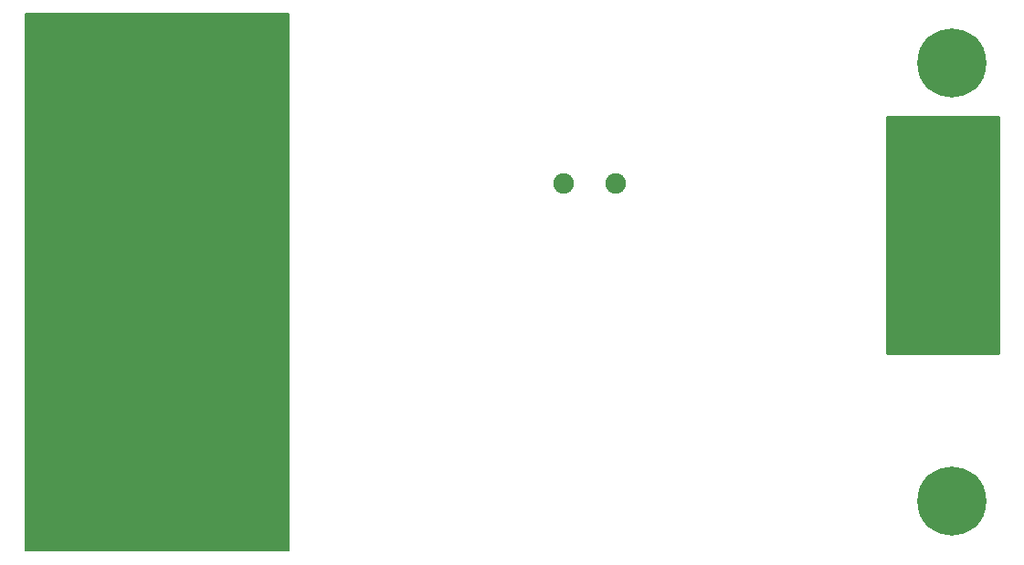
<source format=gbr>
G04 #@! TF.GenerationSoftware,KiCad,Pcbnew,(6.0.0-rc1-dev-1606-g4cd41e394)*
G04 #@! TF.CreationDate,2019-01-30T22:16:11+01:00
G04 #@! TF.ProjectId,SPACEDOS01A_PCB01A,53504143-4544-44f5-9330-31415f504342,REV*
G04 #@! TF.SameCoordinates,Original*
G04 #@! TF.FileFunction,Soldermask,Top*
G04 #@! TF.FilePolarity,Negative*
%FSLAX46Y46*%
G04 Gerber Fmt 4.6, Leading zero omitted, Abs format (unit mm)*
G04 Created by KiCad (PCBNEW (6.0.0-rc1-dev-1606-g4cd41e394)) date 30.01.2019 22:16:11*
%MOMM*%
%LPD*%
G04 APERTURE LIST*
%ADD10C,0.150000*%
%ADD11C,6.400000*%
%ADD12R,1.924000X1.924000*%
%ADD13C,1.901140*%
%ADD14C,1.924000*%
%ADD15C,0.254000*%
G04 APERTURE END LIST*
D10*
G36*
X24892000Y508000D02*
G01*
X508000Y508000D01*
X508000Y50292000D01*
X24892000Y50292000D01*
X24892000Y508000D01*
G37*
X24892000Y508000D02*
X508000Y508000D01*
X508000Y50292000D01*
X24892000Y50292000D01*
X24892000Y508000D01*
D11*
X86360000Y45720000D03*
X5080000Y45720000D03*
X5080000Y5080000D03*
D12*
X87503000Y30988000D03*
X84963000Y30988000D03*
D11*
X86360000Y5080000D03*
D13*
X50391060Y34544000D03*
X55272940Y34544000D03*
D12*
X87503000Y25908000D03*
X84963000Y25908000D03*
X87503000Y28448000D03*
X84963000Y28448000D03*
X84963000Y23368000D03*
X87503000Y23368000D03*
D14*
X10360000Y34190000D03*
X15360000Y34190000D03*
D12*
X84963000Y36068000D03*
X87503000Y36068000D03*
X84963000Y33528000D03*
X87503000Y33528000D03*
D15*
G36*
X90678000Y18796000D02*
G01*
X80391000Y18796000D01*
X80391000Y40767000D01*
X90678000Y40767000D01*
X90678000Y18796000D01*
X90678000Y18796000D01*
G37*
X90678000Y18796000D02*
X80391000Y18796000D01*
X80391000Y40767000D01*
X90678000Y40767000D01*
X90678000Y18796000D01*
M02*

</source>
